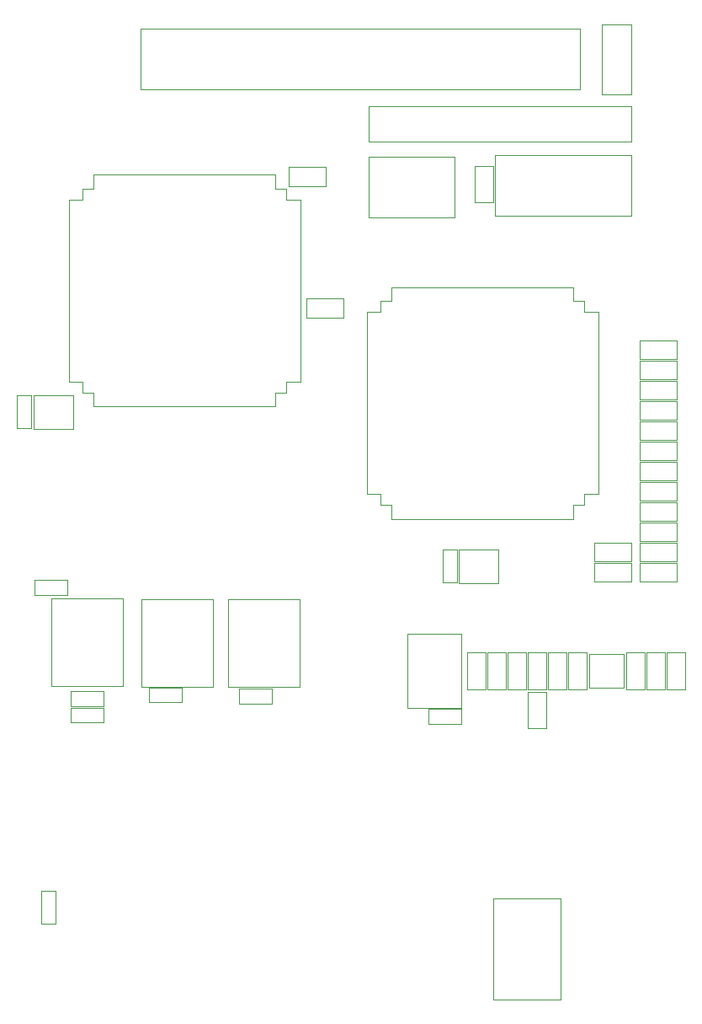
<source format=gbr>
G04 #@! TF.GenerationSoftware,KiCad,Pcbnew,(5.1.2-1)-1*
G04 #@! TF.CreationDate,2020-07-05T10:41:52+01:00*
G04 #@! TF.ProjectId,MZ80-80CLR,4d5a3830-2d38-4304-934c-522e6b696361,rev?*
G04 #@! TF.SameCoordinates,Original*
G04 #@! TF.FileFunction,Other,User*
%FSLAX46Y46*%
G04 Gerber Fmt 4.6, Leading zero omitted, Abs format (unit mm)*
G04 Created by KiCad (PCBNEW (5.1.2-1)-1) date 2020-07-05 10:41:52*
%MOMM*%
%LPD*%
G04 APERTURE LIST*
%ADD10C,0.050000*%
G04 APERTURE END LIST*
D10*
X118647000Y-131923000D02*
X118647000Y-121823000D01*
X125447000Y-131923000D02*
X125447000Y-121823000D01*
X118647000Y-131923000D02*
X125447000Y-131923000D01*
X125447000Y-121823000D02*
X118647000Y-121823000D01*
X128298000Y-97233000D02*
X131798000Y-97233000D01*
X128298000Y-100633000D02*
X128298000Y-97233000D01*
X131798000Y-100633000D02*
X128298000Y-100633000D01*
X131798000Y-97233000D02*
X131798000Y-100633000D01*
X105948000Y-72014500D02*
X105948000Y-81164500D01*
X105948000Y-81164500D02*
X107348000Y-81164500D01*
X107348000Y-81164500D02*
X107348000Y-82264500D01*
X107348000Y-82264500D02*
X108448000Y-82264500D01*
X108448000Y-82264500D02*
X108448000Y-83664500D01*
X108448000Y-83664500D02*
X117598000Y-83664500D01*
X105948000Y-72014500D02*
X105948000Y-62864500D01*
X105948000Y-62864500D02*
X107348000Y-62864500D01*
X107348000Y-62864500D02*
X107348000Y-61764500D01*
X107348000Y-61764500D02*
X108448000Y-61764500D01*
X108448000Y-61764500D02*
X108448000Y-60364500D01*
X108448000Y-60364500D02*
X117598000Y-60364500D01*
X129248000Y-72014500D02*
X129248000Y-81164500D01*
X129248000Y-81164500D02*
X127848000Y-81164500D01*
X127848000Y-81164500D02*
X127848000Y-82264500D01*
X127848000Y-82264500D02*
X126748000Y-82264500D01*
X126748000Y-82264500D02*
X126748000Y-83664500D01*
X126748000Y-83664500D02*
X117598000Y-83664500D01*
X129248000Y-72014500D02*
X129248000Y-62864500D01*
X129248000Y-62864500D02*
X127848000Y-62864500D01*
X127848000Y-62864500D02*
X127848000Y-61764500D01*
X127848000Y-61764500D02*
X126748000Y-61764500D01*
X126748000Y-61764500D02*
X126748000Y-60364500D01*
X126748000Y-60364500D02*
X117598000Y-60364500D01*
X132550000Y-45742000D02*
X106150000Y-45742000D01*
X132550000Y-42192000D02*
X132550000Y-45742000D01*
X106150000Y-42192000D02*
X132550000Y-42192000D01*
X106150000Y-45742000D02*
X106150000Y-42192000D01*
X76201000Y-102648000D02*
X79501000Y-102648000D01*
X76201000Y-104108000D02*
X76201000Y-102648000D01*
X79501000Y-104108000D02*
X76201000Y-104108000D01*
X79501000Y-102648000D02*
X79501000Y-104108000D01*
X74251000Y-100412000D02*
X81451000Y-100412000D01*
X81451000Y-100412000D02*
X81451000Y-91612000D01*
X81451000Y-91612000D02*
X74251000Y-91612000D01*
X74251000Y-91612000D02*
X74251000Y-100412000D01*
X96780000Y-49056000D02*
X87630000Y-49056000D01*
X96780000Y-50456000D02*
X96780000Y-49056000D01*
X97880000Y-50456000D02*
X96780000Y-50456000D01*
X97880000Y-51556000D02*
X97880000Y-50456000D01*
X99280000Y-51556000D02*
X97880000Y-51556000D01*
X99280000Y-60706000D02*
X99280000Y-51556000D01*
X96780000Y-72356000D02*
X87630000Y-72356000D01*
X96780000Y-70956000D02*
X96780000Y-72356000D01*
X97880000Y-70956000D02*
X96780000Y-70956000D01*
X97880000Y-69856000D02*
X97880000Y-70956000D01*
X99280000Y-69856000D02*
X97880000Y-69856000D01*
X99280000Y-60706000D02*
X99280000Y-69856000D01*
X78480000Y-49056000D02*
X87630000Y-49056000D01*
X78480000Y-50456000D02*
X78480000Y-49056000D01*
X77380000Y-50456000D02*
X78480000Y-50456000D01*
X77380000Y-51556000D02*
X77380000Y-50456000D01*
X75980000Y-51556000D02*
X77380000Y-51556000D01*
X75980000Y-60706000D02*
X75980000Y-51556000D01*
X78480000Y-72356000D02*
X87630000Y-72356000D01*
X78480000Y-70956000D02*
X78480000Y-72356000D01*
X77380000Y-70956000D02*
X78480000Y-70956000D01*
X77380000Y-69856000D02*
X77380000Y-70956000D01*
X75980000Y-69856000D02*
X77380000Y-69856000D01*
X75980000Y-60706000D02*
X75980000Y-69856000D01*
X115221000Y-86692000D02*
X115221000Y-90092000D01*
X115221000Y-90092000D02*
X119221000Y-90092000D01*
X119221000Y-90092000D02*
X119221000Y-86692000D01*
X119221000Y-86692000D02*
X115221000Y-86692000D01*
X72422000Y-71198000D02*
X72422000Y-74598000D01*
X72422000Y-74598000D02*
X76422000Y-74598000D01*
X76422000Y-74598000D02*
X76422000Y-71198000D01*
X76422000Y-71198000D02*
X72422000Y-71198000D01*
X110076000Y-95233000D02*
X110076000Y-102633000D01*
X115476000Y-95233000D02*
X110076000Y-95233000D01*
X115476000Y-102633000D02*
X115476000Y-95233000D01*
X110076000Y-102633000D02*
X115476000Y-102633000D01*
X122113000Y-104720000D02*
X122113000Y-101020000D01*
X124013000Y-104720000D02*
X122113000Y-104720000D01*
X124013000Y-101020000D02*
X124013000Y-104720000D01*
X122113000Y-101020000D02*
X124013000Y-101020000D01*
X124013000Y-97083000D02*
X124013000Y-100783000D01*
X122113000Y-97083000D02*
X124013000Y-97083000D01*
X122113000Y-100783000D02*
X122113000Y-97083000D01*
X124013000Y-100783000D02*
X122113000Y-100783000D01*
X126177000Y-100783000D02*
X126177000Y-97083000D01*
X128077000Y-100783000D02*
X126177000Y-100783000D01*
X128077000Y-97083000D02*
X128077000Y-100783000D01*
X126177000Y-97083000D02*
X128077000Y-97083000D01*
X121981000Y-97083000D02*
X121981000Y-100783000D01*
X120081000Y-97083000D02*
X121981000Y-97083000D01*
X120081000Y-100783000D02*
X120081000Y-97083000D01*
X121981000Y-100783000D02*
X120081000Y-100783000D01*
X126045000Y-97083000D02*
X126045000Y-100783000D01*
X124145000Y-97083000D02*
X126045000Y-97083000D01*
X124145000Y-100783000D02*
X124145000Y-97083000D01*
X126045000Y-100783000D02*
X124145000Y-100783000D01*
X135951000Y-97083000D02*
X135951000Y-100783000D01*
X134051000Y-97083000D02*
X135951000Y-97083000D01*
X134051000Y-100783000D02*
X134051000Y-97083000D01*
X135951000Y-100783000D02*
X134051000Y-100783000D01*
X137983000Y-97083000D02*
X137983000Y-100783000D01*
X136083000Y-97083000D02*
X137983000Y-97083000D01*
X136083000Y-100783000D02*
X136083000Y-97083000D01*
X137983000Y-100783000D02*
X136083000Y-100783000D01*
X133919000Y-97083000D02*
X133919000Y-100783000D01*
X132019000Y-97083000D02*
X133919000Y-97083000D01*
X132019000Y-100783000D02*
X132019000Y-97083000D01*
X133919000Y-100783000D02*
X132019000Y-100783000D01*
X133405000Y-67757000D02*
X137105000Y-67757000D01*
X133405000Y-69657000D02*
X133405000Y-67757000D01*
X137105000Y-69657000D02*
X133405000Y-69657000D01*
X137105000Y-67757000D02*
X137105000Y-69657000D01*
X133405000Y-65725000D02*
X137105000Y-65725000D01*
X133405000Y-67625000D02*
X133405000Y-65725000D01*
X137105000Y-67625000D02*
X133405000Y-67625000D01*
X137105000Y-65725000D02*
X137105000Y-67625000D01*
X133405000Y-84013000D02*
X137105000Y-84013000D01*
X133405000Y-85913000D02*
X133405000Y-84013000D01*
X137105000Y-85913000D02*
X133405000Y-85913000D01*
X137105000Y-84013000D02*
X137105000Y-85913000D01*
X133405000Y-81981000D02*
X137105000Y-81981000D01*
X133405000Y-83881000D02*
X133405000Y-81981000D01*
X137105000Y-83881000D02*
X133405000Y-83881000D01*
X137105000Y-81981000D02*
X137105000Y-83881000D01*
X133405000Y-79949000D02*
X137105000Y-79949000D01*
X133405000Y-81849000D02*
X133405000Y-79949000D01*
X137105000Y-81849000D02*
X133405000Y-81849000D01*
X137105000Y-79949000D02*
X137105000Y-81849000D01*
X133405000Y-77917000D02*
X137105000Y-77917000D01*
X133405000Y-79817000D02*
X133405000Y-77917000D01*
X137105000Y-79817000D02*
X133405000Y-79817000D01*
X137105000Y-77917000D02*
X137105000Y-79817000D01*
X133405000Y-75885000D02*
X137105000Y-75885000D01*
X133405000Y-77785000D02*
X133405000Y-75885000D01*
X137105000Y-77785000D02*
X133405000Y-77785000D01*
X137105000Y-75885000D02*
X137105000Y-77785000D01*
X133405000Y-73853000D02*
X137105000Y-73853000D01*
X133405000Y-75753000D02*
X133405000Y-73853000D01*
X137105000Y-75753000D02*
X133405000Y-75753000D01*
X137105000Y-73853000D02*
X137105000Y-75753000D01*
X133405000Y-71821000D02*
X137105000Y-71821000D01*
X133405000Y-73721000D02*
X133405000Y-71821000D01*
X137105000Y-73721000D02*
X133405000Y-73721000D01*
X137105000Y-71821000D02*
X137105000Y-73721000D01*
X133405000Y-69789000D02*
X137105000Y-69789000D01*
X133405000Y-71689000D02*
X133405000Y-69789000D01*
X137105000Y-71689000D02*
X133405000Y-71689000D01*
X137105000Y-69789000D02*
X137105000Y-71689000D01*
X128833000Y-88077000D02*
X132533000Y-88077000D01*
X128833000Y-89977000D02*
X128833000Y-88077000D01*
X132533000Y-89977000D02*
X128833000Y-89977000D01*
X132533000Y-88077000D02*
X132533000Y-89977000D01*
X128833000Y-86045000D02*
X132533000Y-86045000D01*
X128833000Y-87945000D02*
X128833000Y-86045000D01*
X132533000Y-87945000D02*
X128833000Y-87945000D01*
X132533000Y-86045000D02*
X132533000Y-87945000D01*
X133405000Y-88077000D02*
X137105000Y-88077000D01*
X133405000Y-89977000D02*
X133405000Y-88077000D01*
X137105000Y-89977000D02*
X133405000Y-89977000D01*
X137105000Y-88077000D02*
X137105000Y-89977000D01*
X133405000Y-86045000D02*
X137105000Y-86045000D01*
X133405000Y-87945000D02*
X133405000Y-86045000D01*
X137105000Y-87945000D02*
X133405000Y-87945000D01*
X137105000Y-86045000D02*
X137105000Y-87945000D01*
X98099000Y-50226000D02*
X98099000Y-48326000D01*
X98099000Y-48326000D02*
X101799000Y-48326000D01*
X101799000Y-48326000D02*
X101799000Y-50226000D01*
X101799000Y-50226000D02*
X98099000Y-50226000D01*
X118679000Y-51888000D02*
X116779000Y-51888000D01*
X116779000Y-51888000D02*
X116779000Y-48188000D01*
X116779000Y-48188000D02*
X118679000Y-48188000D01*
X118679000Y-48188000D02*
X118679000Y-51888000D01*
X103577000Y-63434000D02*
X99877000Y-63434000D01*
X103577000Y-61534000D02*
X103577000Y-63434000D01*
X99877000Y-61534000D02*
X103577000Y-61534000D01*
X99877000Y-63434000D02*
X99877000Y-61534000D01*
X119949000Y-97083000D02*
X119949000Y-100783000D01*
X118049000Y-97083000D02*
X119949000Y-97083000D01*
X118049000Y-100783000D02*
X118049000Y-97083000D01*
X119949000Y-100783000D02*
X118049000Y-100783000D01*
X117917000Y-97083000D02*
X117917000Y-100783000D01*
X116017000Y-97083000D02*
X117917000Y-97083000D01*
X116017000Y-100783000D02*
X116017000Y-97083000D01*
X117917000Y-100783000D02*
X116017000Y-100783000D01*
X129564000Y-40997000D02*
X132564000Y-40997000D01*
X129564000Y-33997000D02*
X129564000Y-40997000D01*
X132564000Y-33997000D02*
X129564000Y-33997000D01*
X132564000Y-40997000D02*
X132564000Y-33997000D01*
X118850000Y-53235000D02*
X118850000Y-47135000D01*
X118850000Y-47135000D02*
X132550000Y-47135000D01*
X132550000Y-47135000D02*
X132550000Y-53235000D01*
X132550000Y-53235000D02*
X118850000Y-53235000D01*
X74644000Y-121032000D02*
X74644000Y-124332000D01*
X73184000Y-121032000D02*
X74644000Y-121032000D01*
X73184000Y-124332000D02*
X73184000Y-121032000D01*
X74644000Y-124332000D02*
X73184000Y-124332000D01*
X115442000Y-104235000D02*
X112142000Y-104235000D01*
X115442000Y-102775000D02*
X115442000Y-104235000D01*
X112142000Y-102775000D02*
X115442000Y-102775000D01*
X112142000Y-104235000D02*
X112142000Y-102775000D01*
X113570000Y-86742000D02*
X115030000Y-86742000D01*
X115030000Y-86742000D02*
X115030000Y-90042000D01*
X115030000Y-90042000D02*
X113570000Y-90042000D01*
X113570000Y-90042000D02*
X113570000Y-86742000D01*
X70771000Y-71248000D02*
X72231000Y-71248000D01*
X72231000Y-71248000D02*
X72231000Y-74548000D01*
X72231000Y-74548000D02*
X70771000Y-74548000D01*
X70771000Y-74548000D02*
X70771000Y-71248000D01*
X92031000Y-100539000D02*
X99231000Y-100539000D01*
X99231000Y-100539000D02*
X99231000Y-91739000D01*
X99231000Y-91739000D02*
X92031000Y-91739000D01*
X92031000Y-91739000D02*
X92031000Y-100539000D01*
X83268000Y-100539000D02*
X90468000Y-100539000D01*
X90468000Y-100539000D02*
X90468000Y-91739000D01*
X90468000Y-91739000D02*
X83268000Y-91739000D01*
X83268000Y-91739000D02*
X83268000Y-100539000D01*
X127363000Y-40535000D02*
X83163000Y-40535000D01*
X127363000Y-34435000D02*
X127363000Y-40535000D01*
X83163000Y-34435000D02*
X127363000Y-34435000D01*
X83163000Y-40535000D02*
X83163000Y-34435000D01*
X114800000Y-53362000D02*
X106150000Y-53362000D01*
X114800000Y-47262000D02*
X114800000Y-53362000D01*
X106150000Y-47262000D02*
X114800000Y-47262000D01*
X106150000Y-53362000D02*
X106150000Y-47262000D01*
X93092000Y-100743000D02*
X96392000Y-100743000D01*
X93092000Y-102203000D02*
X93092000Y-100743000D01*
X96392000Y-102203000D02*
X93092000Y-102203000D01*
X96392000Y-100743000D02*
X96392000Y-102203000D01*
X72518000Y-89821000D02*
X75818000Y-89821000D01*
X72518000Y-91281000D02*
X72518000Y-89821000D01*
X75818000Y-91281000D02*
X72518000Y-91281000D01*
X75818000Y-89821000D02*
X75818000Y-91281000D01*
X84075000Y-100616000D02*
X87375000Y-100616000D01*
X84075000Y-102076000D02*
X84075000Y-100616000D01*
X87375000Y-102076000D02*
X84075000Y-102076000D01*
X87375000Y-100616000D02*
X87375000Y-102076000D01*
X76201000Y-100997000D02*
X79501000Y-100997000D01*
X76201000Y-102457000D02*
X76201000Y-100997000D01*
X79501000Y-102457000D02*
X76201000Y-102457000D01*
X79501000Y-100997000D02*
X79501000Y-102457000D01*
M02*

</source>
